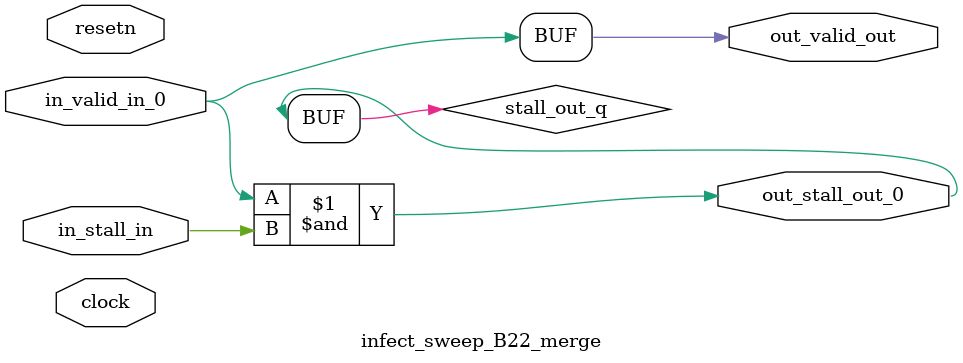
<source format=sv>



(* altera_attribute = "-name AUTO_SHIFT_REGISTER_RECOGNITION OFF; -name MESSAGE_DISABLE 10036; -name MESSAGE_DISABLE 10037; -name MESSAGE_DISABLE 14130; -name MESSAGE_DISABLE 14320; -name MESSAGE_DISABLE 15400; -name MESSAGE_DISABLE 14130; -name MESSAGE_DISABLE 10036; -name MESSAGE_DISABLE 12020; -name MESSAGE_DISABLE 12030; -name MESSAGE_DISABLE 12010; -name MESSAGE_DISABLE 12110; -name MESSAGE_DISABLE 14320; -name MESSAGE_DISABLE 13410; -name MESSAGE_DISABLE 113007; -name MESSAGE_DISABLE 10958" *)
module infect_sweep_B22_merge (
    input wire [0:0] in_stall_in,
    input wire [0:0] in_valid_in_0,
    output wire [0:0] out_stall_out_0,
    output wire [0:0] out_valid_out,
    input wire clock,
    input wire resetn
    );

    wire [0:0] stall_out_q;


    // stall_out(LOGICAL,6)
    assign stall_out_q = in_valid_in_0 & in_stall_in;

    // out_stall_out_0(GPOUT,4)
    assign out_stall_out_0 = stall_out_q;

    // out_valid_out(GPOUT,5)
    assign out_valid_out = in_valid_in_0;

endmodule

</source>
